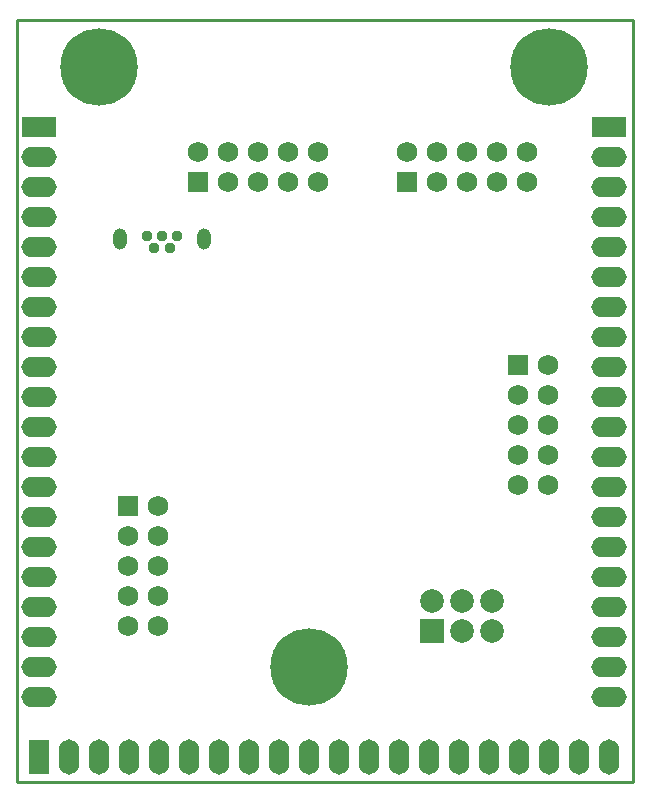
<source format=gbs>
G04*
G04 #@! TF.GenerationSoftware,Altium Limited,Altium Designer,18.1.6 (161)*
G04*
G04 Layer_Color=16711935*
%FSLAX25Y25*%
%MOIN*%
G70*
G01*
G75*
%ADD15C,0.01000*%
%ADD30C,0.25800*%
%ADD31R,0.11800X0.06800*%
%ADD32O,0.11800X0.06800*%
%ADD33R,0.06800X0.11800*%
%ADD34O,0.06800X0.11800*%
%ADD35C,0.03753*%
G04:AMPARAMS|DCode=36|XSize=47.37mil|YSize=70.99mil|CornerRadius=23.68mil|HoleSize=0mil|Usage=FLASHONLY|Rotation=0.000|XOffset=0mil|YOffset=0mil|HoleType=Round|Shape=RoundedRectangle|*
%AMROUNDEDRECTD36*
21,1,0.04737,0.02362,0,0,0.0*
21,1,0.00000,0.07099,0,0,0.0*
1,1,0.04737,0.00000,-0.01181*
1,1,0.04737,0.00000,-0.01181*
1,1,0.04737,0.00000,0.01181*
1,1,0.04737,0.00000,0.01181*
%
%ADD36ROUNDEDRECTD36*%
%ADD37C,0.07887*%
%ADD38R,0.07887X0.07887*%
%ADD39C,0.06902*%
%ADD40R,0.06902X0.06902*%
%ADD41R,0.06902X0.06902*%
D15*
X0Y0D02*
X205500D01*
Y254000D01*
X0D02*
X205500D01*
X0Y0D02*
Y254000D01*
D30*
X97500Y38500D02*
D03*
X27500Y238500D02*
D03*
X177500D02*
D03*
D31*
X7500Y218500D02*
D03*
X197500D02*
D03*
D32*
X7500Y208500D02*
D03*
Y198500D02*
D03*
Y188500D02*
D03*
Y178500D02*
D03*
Y168500D02*
D03*
Y158500D02*
D03*
Y148500D02*
D03*
Y138500D02*
D03*
Y128500D02*
D03*
Y118500D02*
D03*
Y108500D02*
D03*
Y98500D02*
D03*
Y88500D02*
D03*
Y78500D02*
D03*
Y68500D02*
D03*
Y58500D02*
D03*
Y48500D02*
D03*
Y38500D02*
D03*
Y28500D02*
D03*
X197500Y208500D02*
D03*
Y198500D02*
D03*
Y188500D02*
D03*
Y178500D02*
D03*
Y168500D02*
D03*
Y158500D02*
D03*
Y148500D02*
D03*
Y138500D02*
D03*
Y128500D02*
D03*
Y118500D02*
D03*
Y108500D02*
D03*
Y98500D02*
D03*
Y88500D02*
D03*
Y78500D02*
D03*
Y68500D02*
D03*
Y58500D02*
D03*
Y48500D02*
D03*
Y38500D02*
D03*
Y28500D02*
D03*
D33*
X7500Y8500D02*
D03*
D34*
X17500D02*
D03*
X27500D02*
D03*
X37500D02*
D03*
X47500D02*
D03*
X57500D02*
D03*
X67500D02*
D03*
X77500D02*
D03*
X87500D02*
D03*
X97500D02*
D03*
X107500D02*
D03*
X117500D02*
D03*
X127500D02*
D03*
X137500D02*
D03*
X147500D02*
D03*
X157500D02*
D03*
X167500D02*
D03*
X177500D02*
D03*
X187500D02*
D03*
X197500D02*
D03*
D35*
X43264Y182000D02*
D03*
X45823Y178063D02*
D03*
X48382Y182000D02*
D03*
X53500D02*
D03*
X50941Y178063D02*
D03*
D36*
X34307Y181134D02*
D03*
X62457D02*
D03*
D37*
X158500Y60500D02*
D03*
Y50500D02*
D03*
X148500Y60500D02*
D03*
Y50500D02*
D03*
X138500Y60500D02*
D03*
D38*
Y50500D02*
D03*
D39*
X177000Y109000D02*
D03*
X167000D02*
D03*
Y129000D02*
D03*
Y119000D02*
D03*
X177000Y139000D02*
D03*
Y129000D02*
D03*
Y119000D02*
D03*
X167000Y99000D02*
D03*
X177000D02*
D03*
X160000Y210000D02*
D03*
Y200000D02*
D03*
X140000D02*
D03*
X150000D02*
D03*
X130000Y210000D02*
D03*
X140000D02*
D03*
X150000D02*
D03*
X170000Y200000D02*
D03*
Y210000D02*
D03*
X90500D02*
D03*
Y200000D02*
D03*
X70500D02*
D03*
X80500D02*
D03*
X60500Y210000D02*
D03*
X70500D02*
D03*
X80500D02*
D03*
X100500Y200000D02*
D03*
Y210000D02*
D03*
X47000Y62000D02*
D03*
X37000D02*
D03*
Y82000D02*
D03*
Y72000D02*
D03*
X47000Y92000D02*
D03*
Y82000D02*
D03*
Y72000D02*
D03*
X37000Y52000D02*
D03*
X47000D02*
D03*
D40*
X167000Y139000D02*
D03*
X37000Y92000D02*
D03*
D41*
X130000Y200000D02*
D03*
X60500D02*
D03*
M02*

</source>
